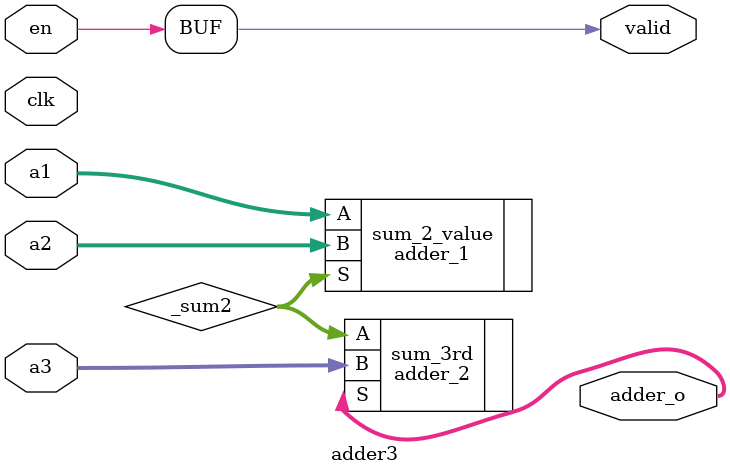
<source format=v>
`timescale 1ns / 1ps

module adder3 #(
  parameter DATA_WIDTH = 8,
  parameter MID_WIDTH = 29
)(
  input  wire                         clk,
  // input data
  input  wire                         en,
  input  wire [DATA_WIDTH-1 : 0]      a1,
  input  wire [DATA_WIDTH-1 : 0]      a2,
  input  wire [DATA_WIDTH-1 : 0]      a3,
  // output data
  output wire                         valid,
  output wire [18-1 : 0]              adder_o
);
  assign valid = en;
  
  wire[17-1 : 0]        _sum2;
  wire[18-1 : 0]        _sum3;

  adder_1 sum_2_value (
    .A(a1),
    .B(a2),
    .S(_sum2)
  );

  adder_2 sum_3rd (
    .A(_sum2),
    .B(a3),
    .S(adder_o)
  );
endmodule

</source>
